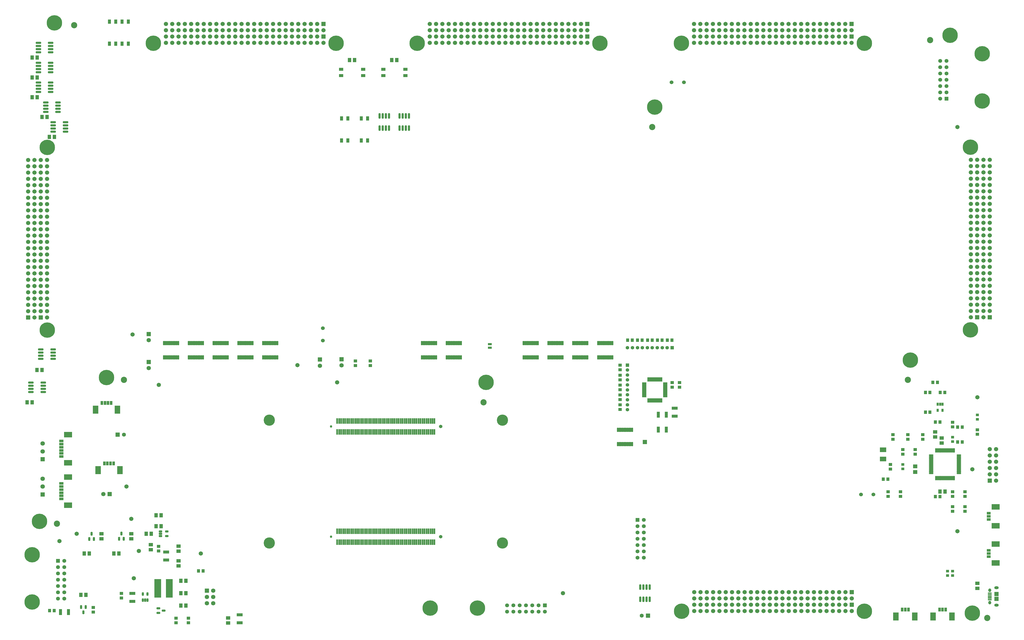
<source format=gts>
G04*
G04 #@! TF.GenerationSoftware,Altium Limited,Altium Designer,20.0.13 (296)*
G04*
G04 Layer_Color=8388736*
%FSLAX25Y25*%
%MOIN*%
G70*
G01*
G75*
%ADD63R,0.05131X0.09461*%
%ADD64R,0.06706X0.05131*%
%ADD65R,0.05131X0.06706*%
%ADD66R,0.05524X0.06800*%
%ADD67R,0.09461X0.05131*%
G04:AMPARAMS|DCode=68|XSize=56.82mil|YSize=31.23mil|CornerRadius=6.9mil|HoleSize=0mil|Usage=FLASHONLY|Rotation=90.000|XOffset=0mil|YOffset=0mil|HoleType=Round|Shape=RoundedRectangle|*
%AMROUNDEDRECTD68*
21,1,0.05682,0.01742,0,0,90.0*
21,1,0.04301,0.03123,0,0,90.0*
1,1,0.01381,0.00871,0.02151*
1,1,0.01381,0.00871,-0.02151*
1,1,0.01381,-0.00871,-0.02151*
1,1,0.01381,-0.00871,0.02151*
%
%ADD68ROUNDEDRECTD68*%
%ADD69R,0.04934X0.05524*%
G04:AMPARAMS|DCode=70|XSize=56.82mil|YSize=31.23mil|CornerRadius=6.9mil|HoleSize=0mil|Usage=FLASHONLY|Rotation=0.000|XOffset=0mil|YOffset=0mil|HoleType=Round|Shape=RoundedRectangle|*
%AMROUNDEDRECTD70*
21,1,0.05682,0.01742,0,0,0.0*
21,1,0.04301,0.03123,0,0,0.0*
1,1,0.01381,0.02151,-0.00871*
1,1,0.01381,-0.02151,-0.00871*
1,1,0.01381,-0.02151,0.00871*
1,1,0.01381,0.02151,0.00871*
%
%ADD70ROUNDEDRECTD70*%
%ADD71R,0.07099X0.01981*%
%ADD72R,0.01981X0.07099*%
%ADD73R,0.07099X0.03950*%
%ADD74R,0.12611X0.09068*%
%ADD75R,0.09068X0.12611*%
%ADD76R,0.03950X0.05918*%
%ADD77R,0.05918X0.03950*%
%ADD78R,0.06706X0.06706*%
%ADD79R,0.06115X0.02375*%
G04:AMPARAMS|DCode=80|XSize=85.56mil|YSize=31.62mil|CornerRadius=6.95mil|HoleSize=0mil|Usage=FLASHONLY|Rotation=270.000|XOffset=0mil|YOffset=0mil|HoleType=Round|Shape=RoundedRectangle|*
%AMROUNDEDRECTD80*
21,1,0.08556,0.01772,0,0,270.0*
21,1,0.07165,0.03162,0,0,270.0*
1,1,0.01391,-0.00886,-0.03583*
1,1,0.01391,-0.00886,0.03583*
1,1,0.01391,0.00886,0.03583*
1,1,0.01391,0.00886,-0.03583*
%
%ADD80ROUNDEDRECTD80*%
G04:AMPARAMS|DCode=81|XSize=85.56mil|YSize=31.62mil|CornerRadius=6.95mil|HoleSize=0mil|Usage=FLASHONLY|Rotation=180.000|XOffset=0mil|YOffset=0mil|HoleType=Round|Shape=RoundedRectangle|*
%AMROUNDEDRECTD81*
21,1,0.08556,0.01772,0,0,180.0*
21,1,0.07165,0.03162,0,0,180.0*
1,1,0.01391,-0.03583,0.00886*
1,1,0.01391,0.03583,0.00886*
1,1,0.01391,0.03583,-0.00886*
1,1,0.01391,-0.03583,-0.00886*
%
%ADD81ROUNDEDRECTD81*%
G04:AMPARAMS|DCode=82|XSize=69.81mil|YSize=24.14mil|CornerRadius=6.02mil|HoleSize=0mil|Usage=FLASHONLY|Rotation=90.000|XOffset=0mil|YOffset=0mil|HoleType=Round|Shape=RoundedRectangle|*
%AMROUNDEDRECTD82*
21,1,0.06981,0.01211,0,0,90.0*
21,1,0.05778,0.02414,0,0,90.0*
1,1,0.01204,0.00605,0.02889*
1,1,0.01204,0.00605,-0.02889*
1,1,0.01204,-0.00605,-0.02889*
1,1,0.01204,-0.00605,0.02889*
%
%ADD82ROUNDEDRECTD82*%
G04:AMPARAMS|DCode=83|XSize=55.64mil|YSize=31.23mil|CornerRadius=9.81mil|HoleSize=0mil|Usage=FLASHONLY|Rotation=90.000|XOffset=0mil|YOffset=0mil|HoleType=Round|Shape=RoundedRectangle|*
%AMROUNDEDRECTD83*
21,1,0.05564,0.01161,0,0,90.0*
21,1,0.03602,0.03123,0,0,90.0*
1,1,0.01961,0.00581,0.01801*
1,1,0.01961,0.00581,-0.01801*
1,1,0.01961,-0.00581,-0.01801*
1,1,0.01961,-0.00581,0.01801*
%
%ADD83ROUNDEDRECTD83*%
G04:AMPARAMS|DCode=84|XSize=55.64mil|YSize=31.23mil|CornerRadius=9.81mil|HoleSize=0mil|Usage=FLASHONLY|Rotation=0.000|XOffset=0mil|YOffset=0mil|HoleType=Round|Shape=RoundedRectangle|*
%AMROUNDEDRECTD84*
21,1,0.05564,0.01161,0,0,0.0*
21,1,0.03602,0.03123,0,0,0.0*
1,1,0.01961,0.01801,-0.00581*
1,1,0.01961,-0.01801,-0.00581*
1,1,0.01961,-0.01801,0.00581*
1,1,0.01961,0.01801,0.00581*
%
%ADD84ROUNDEDRECTD84*%
%ADD85R,0.02020X0.03398*%
%ADD86C,0.09843*%
%ADD87R,0.10249X0.07493*%
%ADD88R,0.02800X0.08800*%
%ADD89R,0.06706X0.05918*%
%ADD90R,0.04737X0.04343*%
%ADD91R,0.11000X0.29500*%
%ADD92R,0.03359X0.05131*%
%ADD93O,0.07296X0.01981*%
%ADD94O,0.01981X0.07296*%
%ADD95R,0.05524X0.04934*%
%ADD96R,0.06800X0.05524*%
%ADD97C,0.06706*%
%ADD98R,0.07099X0.07099*%
%ADD99C,0.05997*%
%ADD100C,0.24422*%
%ADD101R,0.06706X0.06706*%
%ADD102C,0.06824*%
%ADD103R,0.06824X0.06824*%
%ADD104R,0.06800X0.06800*%
%ADD105C,0.06800*%
%ADD106R,0.06800X0.06800*%
%ADD107C,0.05599*%
%ADD108R,0.05599X0.05599*%
%ADD109C,0.06304*%
%ADD110R,0.07099X0.07099*%
%ADD111R,0.05599X0.05599*%
%ADD112R,0.06194X0.06194*%
%ADD113C,0.06194*%
%ADD114R,0.06194X0.06194*%
%ADD115O,0.04540X0.05721*%
%ADD116O,0.07099X0.04343*%
%ADD117C,0.07119*%
%ADD118R,0.07119X0.07119*%
%ADD119C,0.03800*%
%ADD120C,0.05398*%
%ADD121C,0.17800*%
D63*
X1025197Y314961D02*
D03*
X1037795D02*
D03*
Y338583D02*
D03*
X1025197D02*
D03*
X76646Y25302D02*
D03*
X89245D02*
D03*
D64*
X588779Y886890D02*
D03*
X623819D02*
D03*
X588779Y876890D02*
D03*
X623819D02*
D03*
X521850Y886890D02*
D03*
X556890D02*
D03*
X521850Y876890D02*
D03*
X556890D02*
D03*
D65*
X154291Y927362D02*
D03*
Y962402D02*
D03*
X164291Y927362D02*
D03*
Y962402D02*
D03*
X174291Y927362D02*
D03*
Y962402D02*
D03*
X184291Y927362D02*
D03*
Y962402D02*
D03*
X564055Y808858D02*
D03*
Y773819D02*
D03*
X554055Y808858D02*
D03*
Y773819D02*
D03*
X532559Y808858D02*
D03*
Y773819D02*
D03*
X522559Y808858D02*
D03*
Y773819D02*
D03*
D66*
X535370Y901575D02*
D03*
X543370D02*
D03*
X602299D02*
D03*
X610299D02*
D03*
X169354Y118110D02*
D03*
X161354D02*
D03*
X122110Y118110D02*
D03*
X114110D02*
D03*
X220535Y149606D02*
D03*
X212535D02*
D03*
X236283Y161417D02*
D03*
X228284D02*
D03*
Y178900D02*
D03*
X236283D02*
D03*
X275654Y74803D02*
D03*
X267653D02*
D03*
X275654Y55118D02*
D03*
X267653D02*
D03*
X275654Y35433D02*
D03*
X267653D02*
D03*
X108874Y52559D02*
D03*
X116874D02*
D03*
X1480378Y216535D02*
D03*
X1472378D02*
D03*
X39433Y905512D02*
D03*
X31433D02*
D03*
X39433Y842520D02*
D03*
X31433D02*
D03*
X39433Y874016D02*
D03*
X31433D02*
D03*
X55181Y811024D02*
D03*
X47181D02*
D03*
X66992Y779528D02*
D03*
X58992D02*
D03*
X47307Y409449D02*
D03*
X39307D02*
D03*
X31559Y358268D02*
D03*
X23559D02*
D03*
D67*
X244094Y107874D02*
D03*
Y120472D02*
D03*
X190728Y54724D02*
D03*
Y42126D02*
D03*
X360987Y8268D02*
D03*
Y20866D02*
D03*
X1051181Y348819D02*
D03*
Y336221D02*
D03*
D68*
X125984Y149606D02*
D03*
X129724Y141299D02*
D03*
X122244D02*
D03*
X173228Y149823D02*
D03*
X176969Y141516D02*
D03*
X169488D02*
D03*
X116614Y33090D02*
D03*
X109134D02*
D03*
X112874Y24783D02*
D03*
D69*
X295571Y90551D02*
D03*
X302854D02*
D03*
X59350Y27559D02*
D03*
X66634D02*
D03*
X1507579Y318898D02*
D03*
X1500295D02*
D03*
X1460925Y389764D02*
D03*
X1468209D02*
D03*
X1449114Y374016D02*
D03*
X1456398D02*
D03*
X1464862Y326772D02*
D03*
X1472146D02*
D03*
X1464862Y208661D02*
D03*
X1472146D02*
D03*
X1382185Y236221D02*
D03*
X1389468D02*
D03*
X1472736Y374016D02*
D03*
X1480020D02*
D03*
X1507579Y295276D02*
D03*
X1500295D02*
D03*
X1449114Y342520D02*
D03*
X1456398D02*
D03*
X1046949Y456693D02*
D03*
X1039665D02*
D03*
X1031201D02*
D03*
X1023917D02*
D03*
X1015453D02*
D03*
X1008169D02*
D03*
X999705D02*
D03*
X992421D02*
D03*
X983957D02*
D03*
X976673D02*
D03*
D70*
X240374Y27559D02*
D03*
X232067Y23819D02*
D03*
Y31299D02*
D03*
D71*
X1036417Y367126D02*
D03*
Y369094D02*
D03*
Y371063D02*
D03*
Y373031D02*
D03*
Y375000D02*
D03*
Y376969D02*
D03*
Y378937D02*
D03*
Y380906D02*
D03*
Y382874D02*
D03*
Y384842D02*
D03*
Y386811D02*
D03*
Y388779D02*
D03*
X1002953D02*
D03*
Y386811D02*
D03*
Y384842D02*
D03*
Y382874D02*
D03*
Y380906D02*
D03*
Y378937D02*
D03*
Y376969D02*
D03*
Y375000D02*
D03*
Y373031D02*
D03*
Y371063D02*
D03*
Y369094D02*
D03*
Y367126D02*
D03*
D72*
X1030512Y394685D02*
D03*
X1028543D02*
D03*
X1026575D02*
D03*
X1024606D02*
D03*
X1022638D02*
D03*
X1020669D02*
D03*
X1018701D02*
D03*
X1016732D02*
D03*
X1014764D02*
D03*
X1012795D02*
D03*
X1010827D02*
D03*
X1008858D02*
D03*
Y361221D02*
D03*
X1010827D02*
D03*
X1012795D02*
D03*
X1014764D02*
D03*
X1016732D02*
D03*
X1018701D02*
D03*
X1020669D02*
D03*
X1022638D02*
D03*
X1024606D02*
D03*
X1026575D02*
D03*
X1028543D02*
D03*
X1030512D02*
D03*
D73*
X77851Y224472D02*
D03*
Y204787D02*
D03*
Y209708D02*
D03*
Y214629D02*
D03*
Y219551D02*
D03*
Y229393D02*
D03*
X77874Y291796D02*
D03*
Y272111D02*
D03*
Y277032D02*
D03*
Y281953D02*
D03*
Y286875D02*
D03*
Y296717D02*
D03*
D74*
X88678Y194747D02*
D03*
Y239433D02*
D03*
X88701Y262071D02*
D03*
Y306756D02*
D03*
X1560532Y162205D02*
D03*
Y192126D02*
D03*
Y103150D02*
D03*
Y133071D02*
D03*
D75*
X170965Y250492D02*
D03*
X136122D02*
D03*
X167027Y346437D02*
D03*
X132185D02*
D03*
X1402362Y18209D02*
D03*
X1432283D02*
D03*
X1461417D02*
D03*
X1491339D02*
D03*
D76*
X160925Y261319D02*
D03*
X156004D02*
D03*
X151083D02*
D03*
X146161D02*
D03*
X156988Y357264D02*
D03*
X152067D02*
D03*
X147146D02*
D03*
X142224D02*
D03*
X1412402Y29035D02*
D03*
X1417323D02*
D03*
X1422244D02*
D03*
X1471457D02*
D03*
X1476378D02*
D03*
X1481299D02*
D03*
D77*
X1549705Y172244D02*
D03*
Y177165D02*
D03*
Y182087D02*
D03*
Y113189D02*
D03*
Y118110D02*
D03*
Y123031D02*
D03*
D78*
X1561811Y53937D02*
D03*
Y46063D02*
D03*
X1531143Y493129D02*
D03*
X1551123D02*
D03*
X25118Y492913D02*
D03*
X45098D02*
D03*
X1551181Y233780D02*
D03*
D79*
Y44882D02*
D03*
Y47441D02*
D03*
Y50000D02*
D03*
Y52559D02*
D03*
Y55118D02*
D03*
D80*
X1011437Y64862D02*
D03*
X1006437D02*
D03*
X1001437D02*
D03*
X996437D02*
D03*
Y45374D02*
D03*
X1001437D02*
D03*
X1006437D02*
D03*
X1011437D02*
D03*
X614547Y793425D02*
D03*
X619547D02*
D03*
X624547D02*
D03*
X629547D02*
D03*
Y812874D02*
D03*
X624547D02*
D03*
X619547D02*
D03*
X614547D02*
D03*
X583051Y793425D02*
D03*
X588051D02*
D03*
X593051D02*
D03*
X598051D02*
D03*
Y812874D02*
D03*
X593051D02*
D03*
X588051D02*
D03*
X583051D02*
D03*
D81*
X60905Y913760D02*
D03*
Y918760D02*
D03*
Y923760D02*
D03*
Y928760D02*
D03*
X41457D02*
D03*
Y923760D02*
D03*
Y918760D02*
D03*
Y913760D02*
D03*
X60905Y882264D02*
D03*
Y887264D02*
D03*
Y892264D02*
D03*
Y897264D02*
D03*
X41457D02*
D03*
Y892264D02*
D03*
Y887264D02*
D03*
Y882264D02*
D03*
X60905Y850768D02*
D03*
Y855768D02*
D03*
Y860768D02*
D03*
Y865768D02*
D03*
X41457D02*
D03*
Y860768D02*
D03*
Y855768D02*
D03*
Y850768D02*
D03*
X72716Y819272D02*
D03*
Y824272D02*
D03*
Y829272D02*
D03*
Y834272D02*
D03*
X53268D02*
D03*
Y829272D02*
D03*
Y824272D02*
D03*
Y819272D02*
D03*
X84528Y787776D02*
D03*
Y792776D02*
D03*
Y797776D02*
D03*
Y802776D02*
D03*
X65079D02*
D03*
Y797776D02*
D03*
Y792776D02*
D03*
Y787776D02*
D03*
X64842Y427237D02*
D03*
Y432237D02*
D03*
Y437237D02*
D03*
Y442237D02*
D03*
X45394D02*
D03*
Y437237D02*
D03*
Y432237D02*
D03*
Y427237D02*
D03*
X49095Y374390D02*
D03*
Y379390D02*
D03*
Y384390D02*
D03*
Y389390D02*
D03*
X29646D02*
D03*
Y384390D02*
D03*
Y379390D02*
D03*
Y374390D02*
D03*
D82*
X240453Y429646D02*
D03*
X243012D02*
D03*
X245571D02*
D03*
X248130D02*
D03*
X250689D02*
D03*
X253248D02*
D03*
X255807D02*
D03*
X258366D02*
D03*
X260925D02*
D03*
X263484D02*
D03*
Y452244D02*
D03*
X260925D02*
D03*
X258366D02*
D03*
X255807D02*
D03*
X253248D02*
D03*
X250689D02*
D03*
X248130D02*
D03*
X245571D02*
D03*
X243012D02*
D03*
X240453D02*
D03*
X319193Y429646D02*
D03*
X321752D02*
D03*
X324311D02*
D03*
X326870D02*
D03*
X329429D02*
D03*
X331988D02*
D03*
X334547D02*
D03*
X337106D02*
D03*
X339665D02*
D03*
X342224D02*
D03*
Y452244D02*
D03*
X339665D02*
D03*
X337106D02*
D03*
X334547D02*
D03*
X331988D02*
D03*
X329429D02*
D03*
X326870D02*
D03*
X324311D02*
D03*
X321752D02*
D03*
X319193D02*
D03*
X358563Y429646D02*
D03*
X361122D02*
D03*
X363681D02*
D03*
X366240D02*
D03*
X368799D02*
D03*
X371358D02*
D03*
X373917D02*
D03*
X376476D02*
D03*
X379035D02*
D03*
X381594D02*
D03*
Y452244D02*
D03*
X379035D02*
D03*
X376476D02*
D03*
X373917D02*
D03*
X371358D02*
D03*
X368799D02*
D03*
X366240D02*
D03*
X363681D02*
D03*
X361122D02*
D03*
X358563D02*
D03*
X279823Y429646D02*
D03*
X282382D02*
D03*
X284941D02*
D03*
X287500D02*
D03*
X290059D02*
D03*
X292618D02*
D03*
X295177D02*
D03*
X297736D02*
D03*
X300295D02*
D03*
X302854D02*
D03*
Y452244D02*
D03*
X300295D02*
D03*
X297736D02*
D03*
X295177D02*
D03*
X292618D02*
D03*
X290059D02*
D03*
X287500D02*
D03*
X284941D02*
D03*
X282382D02*
D03*
X279823D02*
D03*
X397933Y429646D02*
D03*
X400492D02*
D03*
X403051D02*
D03*
X405610D02*
D03*
X408169D02*
D03*
X410728D02*
D03*
X413287D02*
D03*
X415846D02*
D03*
X418405D02*
D03*
X420965D02*
D03*
Y452244D02*
D03*
X418405D02*
D03*
X415846D02*
D03*
X413287D02*
D03*
X410728D02*
D03*
X408169D02*
D03*
X405610D02*
D03*
X403051D02*
D03*
X400492D02*
D03*
X397933D02*
D03*
X811319Y429646D02*
D03*
X813878D02*
D03*
X816437D02*
D03*
X818996D02*
D03*
X821555D02*
D03*
X824114D02*
D03*
X826673D02*
D03*
X829232D02*
D03*
X831791D02*
D03*
X834350D02*
D03*
Y452244D02*
D03*
X831791D02*
D03*
X829232D02*
D03*
X826673D02*
D03*
X824114D02*
D03*
X821555D02*
D03*
X818996D02*
D03*
X816437D02*
D03*
X813878D02*
D03*
X811319D02*
D03*
X850689Y429646D02*
D03*
X853248D02*
D03*
X855807D02*
D03*
X858366D02*
D03*
X860925D02*
D03*
X863484D02*
D03*
X866043D02*
D03*
X868602D02*
D03*
X871161D02*
D03*
X873720D02*
D03*
Y452244D02*
D03*
X871161D02*
D03*
X868602D02*
D03*
X866043D02*
D03*
X863484D02*
D03*
X860925D02*
D03*
X858366D02*
D03*
X855807D02*
D03*
X853248D02*
D03*
X850689D02*
D03*
X890059Y429646D02*
D03*
X892618D02*
D03*
X895177D02*
D03*
X897736D02*
D03*
X900295D02*
D03*
X902854D02*
D03*
X905413D02*
D03*
X907973D02*
D03*
X910532D02*
D03*
X913091D02*
D03*
Y452244D02*
D03*
X910532D02*
D03*
X907973D02*
D03*
X905413D02*
D03*
X902854D02*
D03*
X900295D02*
D03*
X897736D02*
D03*
X895177D02*
D03*
X892618D02*
D03*
X890059D02*
D03*
X960925Y291850D02*
D03*
X963484D02*
D03*
X966043D02*
D03*
X968602D02*
D03*
X971161D02*
D03*
X973720D02*
D03*
X976280D02*
D03*
X978839D02*
D03*
X981398D02*
D03*
X983957D02*
D03*
Y314449D02*
D03*
X981398D02*
D03*
X978839D02*
D03*
X976280D02*
D03*
X973720D02*
D03*
X971161D02*
D03*
X968602D02*
D03*
X966043D02*
D03*
X963484D02*
D03*
X960925D02*
D03*
X649902Y429646D02*
D03*
X652461D02*
D03*
X655020D02*
D03*
X657579D02*
D03*
X660138D02*
D03*
X662697D02*
D03*
X665256D02*
D03*
X667815D02*
D03*
X670374D02*
D03*
X672933D02*
D03*
Y452244D02*
D03*
X670374D02*
D03*
X667815D02*
D03*
X665256D02*
D03*
X662697D02*
D03*
X660138D02*
D03*
X657579D02*
D03*
X655020D02*
D03*
X652461D02*
D03*
X649902D02*
D03*
X929429Y429646D02*
D03*
X931988D02*
D03*
X934547D02*
D03*
X937106D02*
D03*
X939665D02*
D03*
X942224D02*
D03*
X944783D02*
D03*
X947342D02*
D03*
X949902D02*
D03*
X952461D02*
D03*
Y452244D02*
D03*
X949902D02*
D03*
X947342D02*
D03*
X944783D02*
D03*
X942224D02*
D03*
X939665D02*
D03*
X937106D02*
D03*
X934547D02*
D03*
X931988D02*
D03*
X929429D02*
D03*
X689272Y429646D02*
D03*
X691831D02*
D03*
X694390D02*
D03*
X696949D02*
D03*
X699508D02*
D03*
X702067D02*
D03*
X704626D02*
D03*
X707185D02*
D03*
X709744D02*
D03*
X712303D02*
D03*
Y452244D02*
D03*
X709744D02*
D03*
X707185D02*
D03*
X704626D02*
D03*
X702067D02*
D03*
X699508D02*
D03*
X696949D02*
D03*
X694390D02*
D03*
X691831D02*
D03*
X689272D02*
D03*
D83*
X207134Y53917D02*
D03*
X214614D02*
D03*
Y44035D02*
D03*
X210874D02*
D03*
X207134D02*
D03*
D84*
X245098Y153347D02*
D03*
Y145866D02*
D03*
X235216D02*
D03*
Y149606D02*
D03*
Y153347D02*
D03*
D85*
X755905Y450669D02*
D03*
X757874D02*
D03*
X759842D02*
D03*
Y444882D02*
D03*
X757874D02*
D03*
X755905D02*
D03*
D86*
X1547244Y15748D02*
D03*
X1456693Y933071D02*
D03*
X70866Y165354D02*
D03*
X1421260Y393701D02*
D03*
X748032Y358268D02*
D03*
X177165Y393701D02*
D03*
X1015748Y795276D02*
D03*
X98425Y956693D02*
D03*
D87*
X1381890Y268307D02*
D03*
Y282874D02*
D03*
D88*
X663779Y328543D02*
D03*
X666929D02*
D03*
X663779Y311221D02*
D03*
X666929D02*
D03*
X654331Y328543D02*
D03*
X657480D02*
D03*
X654330Y311221D02*
D03*
X657480D02*
D03*
X648032Y328543D02*
D03*
X651181D02*
D03*
X648031Y311221D02*
D03*
X651181D02*
D03*
X638583Y328543D02*
D03*
X641732D02*
D03*
X638582Y311221D02*
D03*
X641732D02*
D03*
X632283Y328543D02*
D03*
X632283Y311221D02*
D03*
X622835Y328543D02*
D03*
X625984D02*
D03*
X622834Y311221D02*
D03*
X625984D02*
D03*
X616535Y328543D02*
D03*
X616535Y311221D02*
D03*
X607087Y328543D02*
D03*
X610236D02*
D03*
X607086Y311221D02*
D03*
X610236D02*
D03*
X600787Y328543D02*
D03*
X600787Y311221D02*
D03*
X591339Y328543D02*
D03*
X594488D02*
D03*
X591338Y311221D02*
D03*
X594488D02*
D03*
X585039Y328543D02*
D03*
X585039Y311221D02*
D03*
X575591Y328543D02*
D03*
X578740D02*
D03*
X575590Y311221D02*
D03*
X578740D02*
D03*
X569291Y328543D02*
D03*
X569291Y311221D02*
D03*
X559842Y328543D02*
D03*
X562992D02*
D03*
X559842Y311221D02*
D03*
X562992D02*
D03*
X550394Y328543D02*
D03*
X553543D02*
D03*
X550394Y311221D02*
D03*
X553543D02*
D03*
X544095Y328543D02*
D03*
X547244D02*
D03*
X544094Y311221D02*
D03*
X547244D02*
D03*
X534646Y328543D02*
D03*
X537795D02*
D03*
X534646Y311221D02*
D03*
X537795D02*
D03*
X528346Y328543D02*
D03*
X528346Y311221D02*
D03*
X518898Y328543D02*
D03*
X522047D02*
D03*
X518898Y311221D02*
D03*
X522047D02*
D03*
X670079Y328543D02*
D03*
X670078Y311221D02*
D03*
X635433Y328543D02*
D03*
X644882D02*
D03*
X660630D02*
D03*
X635433Y311221D02*
D03*
X644882D02*
D03*
X660630D02*
D03*
X603937Y328543D02*
D03*
X613386D02*
D03*
X619685D02*
D03*
X629134D02*
D03*
X603937Y311221D02*
D03*
X613386D02*
D03*
X619685D02*
D03*
X629134D02*
D03*
X572441Y328543D02*
D03*
X581890D02*
D03*
X588189D02*
D03*
X597638D02*
D03*
X572441Y311221D02*
D03*
X581890D02*
D03*
X588189D02*
D03*
X597638D02*
D03*
X540945Y328543D02*
D03*
X556693D02*
D03*
X566142D02*
D03*
X540945Y311221D02*
D03*
X556693D02*
D03*
X566142D02*
D03*
X515748Y328543D02*
D03*
X525197D02*
D03*
X531496D02*
D03*
X515748Y311221D02*
D03*
X525197D02*
D03*
X531496D02*
D03*
Y136221D02*
D03*
X525197D02*
D03*
X515748D02*
D03*
X531496Y153543D02*
D03*
X525197D02*
D03*
X515748D02*
D03*
X566142Y136221D02*
D03*
X556693D02*
D03*
X540945D02*
D03*
X566142Y153543D02*
D03*
X556693D02*
D03*
X540945D02*
D03*
X597638Y136221D02*
D03*
X588189D02*
D03*
X581890D02*
D03*
X572441D02*
D03*
X597638Y153543D02*
D03*
X588189D02*
D03*
X581890D02*
D03*
X572441D02*
D03*
X629134Y136221D02*
D03*
X619685D02*
D03*
X613386D02*
D03*
X603937D02*
D03*
X629134Y153543D02*
D03*
X619685D02*
D03*
X613386D02*
D03*
X603937D02*
D03*
X660630Y136221D02*
D03*
X644882D02*
D03*
X635433D02*
D03*
X660630Y153543D02*
D03*
X644882D02*
D03*
X635433D02*
D03*
X670078Y136221D02*
D03*
X670079Y153543D02*
D03*
X522047Y136221D02*
D03*
X518898D02*
D03*
X522047Y153543D02*
D03*
X518898D02*
D03*
X528346Y136221D02*
D03*
X528346Y153543D02*
D03*
X537795Y136221D02*
D03*
X534646D02*
D03*
X537795Y153543D02*
D03*
X534646D02*
D03*
X547244Y136221D02*
D03*
X544094D02*
D03*
X547244Y153543D02*
D03*
X544095D02*
D03*
X553543Y136221D02*
D03*
X550394D02*
D03*
X553543Y153543D02*
D03*
X550394D02*
D03*
X562992Y136221D02*
D03*
X559842D02*
D03*
X562992Y153543D02*
D03*
X559842D02*
D03*
X569291Y136221D02*
D03*
X569291Y153543D02*
D03*
X578740Y136221D02*
D03*
X575590D02*
D03*
X578740Y153543D02*
D03*
X575591D02*
D03*
X585039Y136221D02*
D03*
X585039Y153543D02*
D03*
X594488Y136221D02*
D03*
X591338D02*
D03*
X594488Y153543D02*
D03*
X591339D02*
D03*
X600787Y136221D02*
D03*
X600787Y153543D02*
D03*
X610236Y136221D02*
D03*
X607086D02*
D03*
X610236Y153543D02*
D03*
X607087D02*
D03*
X616535Y136221D02*
D03*
X616535Y153543D02*
D03*
X625984Y136221D02*
D03*
X622834D02*
D03*
X625984Y153543D02*
D03*
X622835D02*
D03*
X632283Y136221D02*
D03*
X632283Y153543D02*
D03*
X641732Y136221D02*
D03*
X638582D02*
D03*
X641732Y153543D02*
D03*
X638583D02*
D03*
X651181Y136221D02*
D03*
X648031D02*
D03*
X651181Y153543D02*
D03*
X648032D02*
D03*
X657480Y136221D02*
D03*
X654330D02*
D03*
X657480Y153543D02*
D03*
X654331D02*
D03*
X666929Y136221D02*
D03*
X663779D02*
D03*
X666929Y153543D02*
D03*
X663779D02*
D03*
D89*
X1433071Y247468D02*
D03*
Y256469D02*
D03*
D90*
X1484252Y90114D02*
D03*
Y83114D02*
D03*
X1492126Y90114D02*
D03*
Y83114D02*
D03*
X1492126Y295713D02*
D03*
Y302713D02*
D03*
X1531496Y331146D02*
D03*
Y338146D02*
D03*
X1413386Y252406D02*
D03*
Y259405D02*
D03*
D91*
X249408Y62992D02*
D03*
X230908D02*
D03*
D92*
X1476181Y345669D02*
D03*
X1468701D02*
D03*
Y355118D02*
D03*
X1472441D02*
D03*
X1476181D02*
D03*
D93*
X1458366Y274606D02*
D03*
Y272638D02*
D03*
Y270669D02*
D03*
Y268701D02*
D03*
Y266732D02*
D03*
Y264764D02*
D03*
Y262795D02*
D03*
Y260827D02*
D03*
Y258858D02*
D03*
Y256890D02*
D03*
Y254921D02*
D03*
Y252953D02*
D03*
Y250984D02*
D03*
Y249016D02*
D03*
Y247047D02*
D03*
Y245079D02*
D03*
X1502264D02*
D03*
Y247047D02*
D03*
Y249016D02*
D03*
Y250984D02*
D03*
Y252953D02*
D03*
Y254921D02*
D03*
Y256890D02*
D03*
Y258858D02*
D03*
Y260827D02*
D03*
Y262795D02*
D03*
Y264764D02*
D03*
Y266732D02*
D03*
Y268701D02*
D03*
Y270669D02*
D03*
Y272638D02*
D03*
Y274606D02*
D03*
D94*
X1465551Y237894D02*
D03*
X1467520D02*
D03*
X1469488D02*
D03*
X1471457D02*
D03*
X1473425D02*
D03*
X1475394D02*
D03*
X1477362D02*
D03*
X1479331D02*
D03*
X1481299D02*
D03*
X1483268D02*
D03*
X1485236D02*
D03*
X1487205D02*
D03*
X1489173D02*
D03*
X1491142D02*
D03*
X1493110D02*
D03*
X1495079D02*
D03*
Y281791D02*
D03*
X1493110D02*
D03*
X1491142D02*
D03*
X1489173D02*
D03*
X1487205D02*
D03*
X1485236D02*
D03*
X1483268D02*
D03*
X1481299D02*
D03*
X1479331D02*
D03*
X1477362D02*
D03*
X1475394D02*
D03*
X1473425D02*
D03*
X1471457D02*
D03*
X1469488D02*
D03*
X1467520D02*
D03*
X1465551D02*
D03*
D95*
X259842Y8169D02*
D03*
Y15453D02*
D03*
X279704Y8169D02*
D03*
Y15453D02*
D03*
X173228Y47539D02*
D03*
Y54823D02*
D03*
X232283Y129626D02*
D03*
Y122343D02*
D03*
X128622Y25295D02*
D03*
Y32579D02*
D03*
X568228Y416437D02*
D03*
Y423721D02*
D03*
X544606Y416437D02*
D03*
Y423721D02*
D03*
X1059055Y382185D02*
D03*
Y389469D02*
D03*
X1047244Y382185D02*
D03*
Y389469D02*
D03*
X1492126Y326476D02*
D03*
Y319193D02*
D03*
X1531496Y307382D02*
D03*
Y314665D02*
D03*
X1409449Y208957D02*
D03*
Y216240D02*
D03*
X1389764Y208957D02*
D03*
Y216240D02*
D03*
X1413386Y275886D02*
D03*
Y283169D02*
D03*
X1433071Y275886D02*
D03*
Y283169D02*
D03*
X1393701Y259547D02*
D03*
Y252264D02*
D03*
X1511811Y185335D02*
D03*
Y192618D02*
D03*
X1492126Y185335D02*
D03*
Y192618D02*
D03*
X1511811Y208957D02*
D03*
Y216240D02*
D03*
X1492126Y208957D02*
D03*
Y216240D02*
D03*
X1444882Y299508D02*
D03*
Y306791D02*
D03*
X1421260Y299508D02*
D03*
Y306791D02*
D03*
X1397638Y299508D02*
D03*
Y306791D02*
D03*
X964567Y417028D02*
D03*
Y409744D02*
D03*
Y401279D02*
D03*
Y393996D02*
D03*
Y385531D02*
D03*
Y378248D02*
D03*
Y369783D02*
D03*
Y362500D02*
D03*
Y354035D02*
D03*
Y346752D02*
D03*
D96*
X141732Y149453D02*
D03*
Y141453D02*
D03*
X342520Y15811D02*
D03*
Y7811D02*
D03*
X188976Y149669D02*
D03*
Y141669D02*
D03*
X219853Y124197D02*
D03*
Y132197D02*
D03*
X263779Y129984D02*
D03*
Y121984D02*
D03*
Y106362D02*
D03*
Y98362D02*
D03*
X1531496Y70929D02*
D03*
Y62929D02*
D03*
X1464567Y311087D02*
D03*
Y303087D02*
D03*
X1474879Y301516D02*
D03*
Y293516D02*
D03*
D97*
X1523622Y251717D02*
D03*
X102362Y149606D02*
D03*
X1092159Y26942D02*
D03*
Y36942D02*
D03*
X1102159Y26942D02*
D03*
Y36942D02*
D03*
X1112159Y26942D02*
D03*
Y36942D02*
D03*
X1122159Y26942D02*
D03*
Y36942D02*
D03*
X1132159Y26942D02*
D03*
Y36942D02*
D03*
X1142159Y26942D02*
D03*
Y36942D02*
D03*
X1152159Y26942D02*
D03*
Y36942D02*
D03*
X1162159Y26942D02*
D03*
Y36942D02*
D03*
X1172159Y26942D02*
D03*
Y36942D02*
D03*
X1182159Y26942D02*
D03*
Y36942D02*
D03*
X1192159Y26942D02*
D03*
Y36942D02*
D03*
X1202159Y26942D02*
D03*
Y36942D02*
D03*
X1212159Y26942D02*
D03*
Y36942D02*
D03*
X1222159Y26942D02*
D03*
Y36942D02*
D03*
X1232159Y26942D02*
D03*
Y36942D02*
D03*
X1242159Y26942D02*
D03*
Y36942D02*
D03*
X1252159Y26942D02*
D03*
X1252060Y36942D02*
D03*
X1262159Y26942D02*
D03*
Y36942D02*
D03*
X1272159Y26942D02*
D03*
Y36942D02*
D03*
X1282159Y26942D02*
D03*
Y36961D02*
D03*
X1292159Y26942D02*
D03*
Y36961D02*
D03*
X1302159Y26942D02*
D03*
Y36942D02*
D03*
X1312159Y26942D02*
D03*
Y36942D02*
D03*
X1322159Y26942D02*
D03*
Y36942D02*
D03*
X1332159Y26942D02*
D03*
X1082159Y36942D02*
D03*
Y26942D02*
D03*
Y46942D02*
D03*
Y56942D02*
D03*
X1332159Y46942D02*
D03*
X1322159Y56942D02*
D03*
Y46942D02*
D03*
X1312159Y56942D02*
D03*
Y46942D02*
D03*
X1302159Y56942D02*
D03*
Y46942D02*
D03*
X1292159Y56942D02*
D03*
Y46942D02*
D03*
X1282159Y56942D02*
D03*
Y46942D02*
D03*
X1272159Y56942D02*
D03*
Y46942D02*
D03*
X1262159Y56942D02*
D03*
Y46942D02*
D03*
X1252060Y56942D02*
D03*
X1252159Y46942D02*
D03*
X1242159Y56942D02*
D03*
Y46942D02*
D03*
X1232159Y56942D02*
D03*
Y46942D02*
D03*
X1222159Y56942D02*
D03*
Y46942D02*
D03*
X1212159Y56942D02*
D03*
Y46942D02*
D03*
X1202159Y56942D02*
D03*
Y46942D02*
D03*
X1192159Y56942D02*
D03*
Y46942D02*
D03*
X1182159Y56942D02*
D03*
Y46942D02*
D03*
X1172159Y56942D02*
D03*
Y46942D02*
D03*
X1162159Y56942D02*
D03*
Y46942D02*
D03*
X1152159Y56942D02*
D03*
Y46942D02*
D03*
X1142159Y56942D02*
D03*
Y46942D02*
D03*
X1132159Y56942D02*
D03*
Y46942D02*
D03*
X1122159Y56942D02*
D03*
Y46942D02*
D03*
X1112159Y56942D02*
D03*
Y46942D02*
D03*
X1102159Y56942D02*
D03*
Y46942D02*
D03*
X1092159Y56942D02*
D03*
Y46942D02*
D03*
X1521123Y733130D02*
D03*
X1531123D02*
D03*
X1521123Y723130D02*
D03*
X1531123D02*
D03*
X1521123Y713130D02*
D03*
X1531123D02*
D03*
X1521123Y703129D02*
D03*
X1531123D02*
D03*
X1521123Y693129D02*
D03*
X1531123D02*
D03*
X1521123Y683130D02*
D03*
X1531123D02*
D03*
X1521123Y673130D02*
D03*
X1531123D02*
D03*
X1521123Y663130D02*
D03*
X1531123D02*
D03*
X1521123Y653129D02*
D03*
X1531123D02*
D03*
X1521123Y643129D02*
D03*
X1531123D02*
D03*
X1521123Y633130D02*
D03*
X1531123D02*
D03*
X1521123Y623130D02*
D03*
X1531123D02*
D03*
X1521123Y613130D02*
D03*
X1531123D02*
D03*
X1521123Y603129D02*
D03*
X1531123D02*
D03*
X1521123Y593129D02*
D03*
X1531123D02*
D03*
X1521123Y583130D02*
D03*
X1531123D02*
D03*
X1521123Y573130D02*
D03*
X1531123Y573228D02*
D03*
X1521123Y563130D02*
D03*
X1531123D02*
D03*
X1521123Y553129D02*
D03*
X1531123D02*
D03*
X1521123Y543129D02*
D03*
X1531143D02*
D03*
X1521123Y533130D02*
D03*
X1531143D02*
D03*
X1521123Y523130D02*
D03*
X1531123D02*
D03*
X1521123Y513130D02*
D03*
X1531123D02*
D03*
X1521123Y503129D02*
D03*
X1531123D02*
D03*
X1521123Y493129D02*
D03*
X1531123Y743129D02*
D03*
X1521123D02*
D03*
X1541123D02*
D03*
X1551123D02*
D03*
X1541123Y493129D02*
D03*
X1551123Y503129D02*
D03*
X1541123D02*
D03*
X1551123Y513130D02*
D03*
X1541123D02*
D03*
X1551123Y523130D02*
D03*
X1541123D02*
D03*
X1551123Y533130D02*
D03*
X1541123D02*
D03*
X1551123Y543129D02*
D03*
X1541123D02*
D03*
X1551123Y553129D02*
D03*
X1541123D02*
D03*
X1551123Y563130D02*
D03*
X1541123D02*
D03*
X1551123Y573228D02*
D03*
X1541123Y573130D02*
D03*
X1551123Y583130D02*
D03*
X1541123D02*
D03*
X1551123Y593129D02*
D03*
X1541123D02*
D03*
X1551123Y603129D02*
D03*
X1541123D02*
D03*
X1551123Y613130D02*
D03*
X1541123D02*
D03*
X1551123Y623130D02*
D03*
X1541123D02*
D03*
X1551123Y633130D02*
D03*
X1541123D02*
D03*
X1551123Y643129D02*
D03*
X1541123D02*
D03*
X1551123Y653129D02*
D03*
X1541123D02*
D03*
X1551123Y663130D02*
D03*
X1541123D02*
D03*
X1551123Y673130D02*
D03*
X1541123D02*
D03*
X1551123Y683130D02*
D03*
X1541123D02*
D03*
X1551123Y693129D02*
D03*
X1541123D02*
D03*
X1551123Y703129D02*
D03*
X1541123D02*
D03*
X1551123Y713130D02*
D03*
X1541123D02*
D03*
X1551123Y723130D02*
D03*
X1541123D02*
D03*
X1551123Y733130D02*
D03*
X1541123D02*
D03*
X1092047Y928819D02*
D03*
Y938819D02*
D03*
X1102047Y928819D02*
D03*
Y938819D02*
D03*
X1112047Y928819D02*
D03*
Y938819D02*
D03*
X1122047Y928819D02*
D03*
Y938819D02*
D03*
X1132047Y928819D02*
D03*
Y938819D02*
D03*
X1142047Y928819D02*
D03*
Y938819D02*
D03*
X1152047Y928819D02*
D03*
Y938819D02*
D03*
X1162047Y928819D02*
D03*
Y938819D02*
D03*
X1172047Y928819D02*
D03*
Y938819D02*
D03*
X1182047Y928819D02*
D03*
Y938819D02*
D03*
X1192047Y928819D02*
D03*
Y938819D02*
D03*
X1202047Y928819D02*
D03*
Y938819D02*
D03*
X1212047Y928819D02*
D03*
Y938819D02*
D03*
X1222047Y928819D02*
D03*
Y938819D02*
D03*
X1232047Y928819D02*
D03*
Y938819D02*
D03*
X1242047Y928819D02*
D03*
Y938819D02*
D03*
X1252047Y928819D02*
D03*
X1251949Y938819D02*
D03*
X1262047Y928819D02*
D03*
Y938819D02*
D03*
X1272047Y928819D02*
D03*
Y938819D02*
D03*
X1282047Y928819D02*
D03*
Y938839D02*
D03*
X1292047Y928819D02*
D03*
Y938839D02*
D03*
X1302047Y928819D02*
D03*
Y938819D02*
D03*
X1312047Y928819D02*
D03*
Y938819D02*
D03*
X1322047Y928819D02*
D03*
Y938819D02*
D03*
X1332047Y928819D02*
D03*
X1082047Y938819D02*
D03*
Y928819D02*
D03*
Y948819D02*
D03*
Y958819D02*
D03*
X1332047Y948819D02*
D03*
X1322047Y958819D02*
D03*
Y948819D02*
D03*
X1312047Y958819D02*
D03*
Y948819D02*
D03*
X1302047Y958819D02*
D03*
Y948819D02*
D03*
X1292047Y958819D02*
D03*
Y948819D02*
D03*
X1282047Y958819D02*
D03*
Y948819D02*
D03*
X1272047Y958819D02*
D03*
Y948819D02*
D03*
X1262047Y958819D02*
D03*
Y948819D02*
D03*
X1251949Y958819D02*
D03*
X1252047Y948819D02*
D03*
X1242047Y958819D02*
D03*
Y948819D02*
D03*
X1232047Y958819D02*
D03*
Y948819D02*
D03*
X1222047Y958819D02*
D03*
Y948819D02*
D03*
X1212047Y958819D02*
D03*
Y948819D02*
D03*
X1202047Y958819D02*
D03*
Y948819D02*
D03*
X1192047Y958819D02*
D03*
Y948819D02*
D03*
X1182047Y958819D02*
D03*
Y948819D02*
D03*
X1172047Y958819D02*
D03*
Y948819D02*
D03*
X1162047Y958819D02*
D03*
Y948819D02*
D03*
X1152047Y958819D02*
D03*
Y948819D02*
D03*
X1142047Y958819D02*
D03*
Y948819D02*
D03*
X1132047Y958819D02*
D03*
Y948819D02*
D03*
X1122047Y958819D02*
D03*
Y948819D02*
D03*
X1112047Y958819D02*
D03*
Y948819D02*
D03*
X1102047Y958819D02*
D03*
Y948819D02*
D03*
X1092047Y958819D02*
D03*
Y948819D02*
D03*
X672598Y928819D02*
D03*
Y938819D02*
D03*
X682598Y928819D02*
D03*
Y938819D02*
D03*
X692598Y928819D02*
D03*
Y938819D02*
D03*
X702598Y928819D02*
D03*
Y938819D02*
D03*
X712598Y928819D02*
D03*
Y938819D02*
D03*
X722598Y928819D02*
D03*
Y938819D02*
D03*
X732598Y928819D02*
D03*
Y938819D02*
D03*
X742598Y928819D02*
D03*
Y938819D02*
D03*
X752598Y928819D02*
D03*
Y938819D02*
D03*
X762598Y928819D02*
D03*
Y938819D02*
D03*
X772598Y928819D02*
D03*
Y938819D02*
D03*
X782598Y928819D02*
D03*
Y938819D02*
D03*
X792598Y928819D02*
D03*
Y938819D02*
D03*
X802598Y928819D02*
D03*
Y938819D02*
D03*
X812598Y928819D02*
D03*
Y938819D02*
D03*
X822598Y928819D02*
D03*
Y938819D02*
D03*
X832598Y928819D02*
D03*
X832500Y938819D02*
D03*
X842598Y928819D02*
D03*
Y938819D02*
D03*
X852598Y928819D02*
D03*
Y938819D02*
D03*
X862598Y928819D02*
D03*
Y938839D02*
D03*
X872598Y928819D02*
D03*
Y938839D02*
D03*
X882598Y928819D02*
D03*
Y938819D02*
D03*
X892598Y928819D02*
D03*
Y938819D02*
D03*
X902598Y928819D02*
D03*
Y938819D02*
D03*
X912598Y928819D02*
D03*
X662598Y938819D02*
D03*
Y928819D02*
D03*
Y948819D02*
D03*
Y958819D02*
D03*
X912598Y948819D02*
D03*
X902598Y958819D02*
D03*
Y948819D02*
D03*
X892598Y958819D02*
D03*
Y948819D02*
D03*
X882598Y958819D02*
D03*
Y948819D02*
D03*
X872598Y958819D02*
D03*
Y948819D02*
D03*
X862598Y958819D02*
D03*
Y948819D02*
D03*
X852598Y958819D02*
D03*
Y948819D02*
D03*
X842598Y958819D02*
D03*
Y948819D02*
D03*
X832500Y958819D02*
D03*
X832598Y948819D02*
D03*
X822598Y958819D02*
D03*
Y948819D02*
D03*
X812598Y958819D02*
D03*
Y948819D02*
D03*
X802598Y958819D02*
D03*
Y948819D02*
D03*
X792598Y958819D02*
D03*
Y948819D02*
D03*
X782598Y958819D02*
D03*
Y948819D02*
D03*
X772598Y958819D02*
D03*
Y948819D02*
D03*
X762598Y958819D02*
D03*
Y948819D02*
D03*
X752598Y958819D02*
D03*
Y948819D02*
D03*
X742598Y958819D02*
D03*
Y948819D02*
D03*
X732598Y958819D02*
D03*
Y948819D02*
D03*
X722598Y958819D02*
D03*
Y948819D02*
D03*
X712598Y958819D02*
D03*
Y948819D02*
D03*
X702598Y958819D02*
D03*
Y948819D02*
D03*
X692598Y958819D02*
D03*
Y948819D02*
D03*
X682598Y958819D02*
D03*
Y948819D02*
D03*
X672598Y958819D02*
D03*
Y948819D02*
D03*
X254016Y928819D02*
D03*
Y938819D02*
D03*
X264016Y928819D02*
D03*
Y938819D02*
D03*
X274016Y928819D02*
D03*
Y938819D02*
D03*
X284016Y928819D02*
D03*
Y938819D02*
D03*
X294016Y928819D02*
D03*
Y938819D02*
D03*
X304016Y928819D02*
D03*
Y938819D02*
D03*
X314016Y928819D02*
D03*
Y938819D02*
D03*
X324016Y928819D02*
D03*
Y938819D02*
D03*
X334016Y928819D02*
D03*
Y938819D02*
D03*
X344016Y928819D02*
D03*
Y938819D02*
D03*
X354016Y928819D02*
D03*
Y938819D02*
D03*
X364016Y928819D02*
D03*
Y938819D02*
D03*
X374016Y928819D02*
D03*
Y938819D02*
D03*
X384016Y928819D02*
D03*
Y938819D02*
D03*
X394016Y928819D02*
D03*
Y938819D02*
D03*
X404016Y928819D02*
D03*
Y938819D02*
D03*
X414016Y928819D02*
D03*
X413917Y938819D02*
D03*
X424016Y928819D02*
D03*
Y938819D02*
D03*
X434016Y928819D02*
D03*
Y938819D02*
D03*
X444016Y928819D02*
D03*
Y938839D02*
D03*
X454016Y928819D02*
D03*
Y938839D02*
D03*
X464016Y928819D02*
D03*
Y938819D02*
D03*
X474016Y928819D02*
D03*
Y938819D02*
D03*
X484016Y928819D02*
D03*
Y938819D02*
D03*
X494016Y928819D02*
D03*
X244016Y938819D02*
D03*
Y928819D02*
D03*
Y948819D02*
D03*
Y958819D02*
D03*
X494016Y948819D02*
D03*
X484016Y958819D02*
D03*
Y948819D02*
D03*
X474016Y958819D02*
D03*
Y948819D02*
D03*
X464016Y958819D02*
D03*
Y948819D02*
D03*
X454016Y958819D02*
D03*
Y948819D02*
D03*
X444016Y958819D02*
D03*
Y948819D02*
D03*
X434016Y958819D02*
D03*
Y948819D02*
D03*
X424016Y958819D02*
D03*
Y948819D02*
D03*
X413917Y958819D02*
D03*
X414016Y948819D02*
D03*
X404016Y958819D02*
D03*
Y948819D02*
D03*
X394016Y958819D02*
D03*
Y948819D02*
D03*
X384016Y958819D02*
D03*
Y948819D02*
D03*
X374016Y958819D02*
D03*
Y948819D02*
D03*
X364016Y958819D02*
D03*
Y948819D02*
D03*
X354016Y958819D02*
D03*
Y948819D02*
D03*
X344016Y958819D02*
D03*
Y948819D02*
D03*
X334016Y958819D02*
D03*
Y948819D02*
D03*
X324016Y958819D02*
D03*
Y948819D02*
D03*
X314016Y958819D02*
D03*
Y948819D02*
D03*
X304016Y958819D02*
D03*
Y948819D02*
D03*
X294016Y958819D02*
D03*
Y948819D02*
D03*
X284016Y958819D02*
D03*
Y948819D02*
D03*
X274016Y958819D02*
D03*
Y948819D02*
D03*
X264016Y958819D02*
D03*
Y948819D02*
D03*
X254016Y958819D02*
D03*
Y948819D02*
D03*
X35118Y732913D02*
D03*
X25118D02*
D03*
X35118Y722913D02*
D03*
X25118D02*
D03*
X35118Y712913D02*
D03*
X25118D02*
D03*
X35118Y702913D02*
D03*
X25118D02*
D03*
X35118Y692913D02*
D03*
X25118D02*
D03*
X35118Y682913D02*
D03*
X25118D02*
D03*
X35118Y672913D02*
D03*
X25118D02*
D03*
X35118Y662913D02*
D03*
X25118D02*
D03*
X35118Y652913D02*
D03*
X25118D02*
D03*
X35118Y642913D02*
D03*
X25118D02*
D03*
X35118Y632913D02*
D03*
X25118D02*
D03*
X35118Y622913D02*
D03*
X25118D02*
D03*
X35118Y612913D02*
D03*
X25118D02*
D03*
X35118Y602913D02*
D03*
X25118D02*
D03*
X35118Y592913D02*
D03*
X25118D02*
D03*
X35118Y582913D02*
D03*
X25118D02*
D03*
X35118Y572913D02*
D03*
X25118Y573012D02*
D03*
X35118Y562913D02*
D03*
X25118D02*
D03*
X35118Y552913D02*
D03*
X25118D02*
D03*
X35118Y542913D02*
D03*
X25118D02*
D03*
X35118Y532913D02*
D03*
X25118D02*
D03*
X35118Y522913D02*
D03*
X25118D02*
D03*
X35118Y512913D02*
D03*
X25118D02*
D03*
X35118Y502913D02*
D03*
X25118D02*
D03*
X35118Y492913D02*
D03*
X25118Y742913D02*
D03*
X35118D02*
D03*
X55118D02*
D03*
X45118D02*
D03*
X55118Y492913D02*
D03*
X45118Y502913D02*
D03*
X55118D02*
D03*
X45118Y512913D02*
D03*
X55118D02*
D03*
X45118Y522913D02*
D03*
X55118D02*
D03*
X45098Y532913D02*
D03*
X55118D02*
D03*
X45098Y542913D02*
D03*
X55118D02*
D03*
X45118Y552913D02*
D03*
X55118D02*
D03*
X45118Y562913D02*
D03*
X55118D02*
D03*
X45118Y573012D02*
D03*
X55118Y572913D02*
D03*
X45118Y582913D02*
D03*
X55118D02*
D03*
X45118Y592913D02*
D03*
X55118D02*
D03*
X45118Y602913D02*
D03*
X55118D02*
D03*
X45118Y612913D02*
D03*
X55118D02*
D03*
X45118Y622913D02*
D03*
X55118D02*
D03*
X45118Y632913D02*
D03*
X55118D02*
D03*
X45118Y642913D02*
D03*
X55118D02*
D03*
X45118Y652913D02*
D03*
X55118D02*
D03*
X45118Y662913D02*
D03*
X55118D02*
D03*
X45118Y672913D02*
D03*
X55118D02*
D03*
X45118Y682913D02*
D03*
X55118D02*
D03*
X45118Y692913D02*
D03*
X55118D02*
D03*
X45118Y702913D02*
D03*
X55118D02*
D03*
X45118Y712913D02*
D03*
X55118D02*
D03*
X45118Y722913D02*
D03*
X55118D02*
D03*
X45118Y732913D02*
D03*
X55118D02*
D03*
X515748Y389764D02*
D03*
X188976Y173228D02*
D03*
X200787Y122047D02*
D03*
X74803Y137795D02*
D03*
X1500000Y153543D02*
D03*
X299213Y118110D02*
D03*
X1531496Y366142D02*
D03*
X232535Y385827D02*
D03*
X190782Y465737D02*
D03*
X452756Y417323D02*
D03*
X874016Y55118D02*
D03*
X1500000Y795276D02*
D03*
X181102Y224410D02*
D03*
X192913Y78740D02*
D03*
X1551181Y243779D02*
D03*
Y253780D02*
D03*
Y263779D02*
D03*
Y273780D02*
D03*
Y283780D02*
D03*
X1561181Y233780D02*
D03*
Y243779D02*
D03*
Y253780D02*
D03*
Y263779D02*
D03*
Y273780D02*
D03*
Y283780D02*
D03*
D98*
X1003937Y295276D02*
D03*
D99*
X492908Y456227D02*
D03*
X492869Y475913D02*
D03*
X1366645Y211819D02*
D03*
X1346960Y211779D02*
D03*
X1046370Y866112D02*
D03*
X1066055Y866151D02*
D03*
D100*
X1062113Y26450D02*
D03*
X1352206Y26395D02*
D03*
X1520631Y763175D02*
D03*
X1520576Y473082D02*
D03*
X1062002Y928327D02*
D03*
X1352094Y928272D02*
D03*
X642553Y928327D02*
D03*
X932646Y928272D02*
D03*
X223970Y928327D02*
D03*
X514063Y928272D02*
D03*
X55665Y472866D02*
D03*
X55610Y762959D02*
D03*
X31496Y116240D02*
D03*
Y41240D02*
D03*
X1539370Y911516D02*
D03*
Y836516D02*
D03*
X663287Y31496D02*
D03*
X738287D02*
D03*
X1523622Y23622D02*
D03*
X1488189Y940945D02*
D03*
X43307Y169291D02*
D03*
X1425197Y425197D02*
D03*
X751968Y389764D02*
D03*
X149606Y397638D02*
D03*
X1019685Y826772D02*
D03*
X66929Y960630D02*
D03*
D101*
X1332159Y36961D02*
D03*
Y56942D02*
D03*
X1332047Y938839D02*
D03*
Y958819D02*
D03*
X912598Y938839D02*
D03*
Y958819D02*
D03*
X494016Y938839D02*
D03*
Y958819D02*
D03*
D102*
X318898Y49055D02*
D03*
Y39055D02*
D03*
X308898Y49055D02*
D03*
Y39055D02*
D03*
X318898Y59055D02*
D03*
D103*
X308898D02*
D03*
D104*
X522453Y426602D02*
D03*
X488189Y426181D02*
D03*
X216535Y422244D02*
D03*
Y466535D02*
D03*
D105*
X522453Y416760D02*
D03*
X488189Y416339D02*
D03*
X216535Y412402D02*
D03*
Y456693D02*
D03*
X144685Y212598D02*
D03*
D106*
X154528D02*
D03*
D107*
X976378Y346457D02*
D03*
Y354331D02*
D03*
Y362205D02*
D03*
Y370079D02*
D03*
Y377953D02*
D03*
Y385827D02*
D03*
Y393701D02*
D03*
Y401575D02*
D03*
Y409449D02*
D03*
X1039370Y444882D02*
D03*
X1031496D02*
D03*
X1023622D02*
D03*
X1015748D02*
D03*
X1007874D02*
D03*
X1000000D02*
D03*
X992126D02*
D03*
X984252D02*
D03*
X976378D02*
D03*
D108*
Y417323D02*
D03*
D109*
X177326Y306981D02*
D03*
X998937Y19685D02*
D03*
D110*
X167326Y306981D02*
D03*
X1008937Y19685D02*
D03*
D111*
X1047244Y444882D02*
D03*
D112*
X72677Y106614D02*
D03*
X992126Y171417D02*
D03*
X1482442Y840079D02*
D03*
D113*
X82677Y106614D02*
D03*
X72677Y96614D02*
D03*
X82677D02*
D03*
X72677Y86614D02*
D03*
X82677D02*
D03*
X72677Y76614D02*
D03*
X82677D02*
D03*
X72677Y66614D02*
D03*
X82677D02*
D03*
X72677Y56614D02*
D03*
X82677D02*
D03*
X72677Y46614D02*
D03*
X82677D02*
D03*
X845273Y25708D02*
D03*
X835273Y35708D02*
D03*
Y25708D02*
D03*
X825272Y35708D02*
D03*
Y25708D02*
D03*
X815273Y35708D02*
D03*
Y25708D02*
D03*
X805272Y35708D02*
D03*
Y25708D02*
D03*
X795272Y35708D02*
D03*
Y25708D02*
D03*
X785273Y35708D02*
D03*
Y25708D02*
D03*
X1002126Y171417D02*
D03*
X992126Y161417D02*
D03*
X1002126D02*
D03*
X992126Y151417D02*
D03*
X1002126D02*
D03*
X992126Y141417D02*
D03*
X1002126D02*
D03*
X992126Y131417D02*
D03*
X1002126D02*
D03*
X992126Y121417D02*
D03*
X1002126D02*
D03*
X992126Y111417D02*
D03*
X1002126D02*
D03*
X1472442Y840079D02*
D03*
X1482442Y850079D02*
D03*
X1472442D02*
D03*
X1482442Y860079D02*
D03*
X1472442D02*
D03*
X1482442Y870079D02*
D03*
X1472442D02*
D03*
X1482442Y880079D02*
D03*
X1472442D02*
D03*
X1482442Y890079D02*
D03*
X1472442D02*
D03*
X1482442Y900079D02*
D03*
X1472442D02*
D03*
D114*
X845273Y35708D02*
D03*
D115*
X1551181Y59842D02*
D03*
Y40157D02*
D03*
D116*
X1561811Y36220D02*
D03*
Y63779D02*
D03*
D117*
X48185Y292913D02*
D03*
Y280315D02*
D03*
X48207Y237008D02*
D03*
Y224410D02*
D03*
D118*
X48185Y267717D02*
D03*
X48207Y211811D02*
D03*
D119*
X505913Y319882D02*
D03*
Y144882D02*
D03*
D120*
X679913Y319882D02*
D03*
Y144882D02*
D03*
D121*
X777913Y329832D02*
D03*
X407913Y134832D02*
D03*
Y329832D02*
D03*
X777913Y134832D02*
D03*
M02*

</source>
